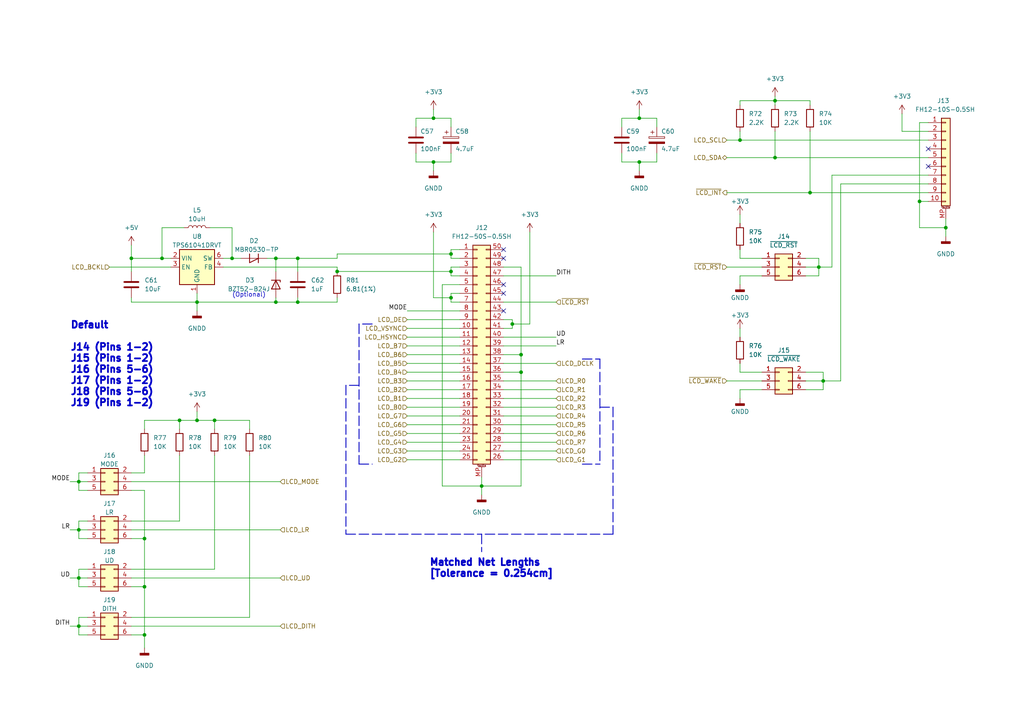
<source format=kicad_sch>
(kicad_sch (version 20211123) (generator eeschema)
  (paper "A4")
  (title_block (title "LCD") (date "2022-09-27") (rev "Rev. 1") (company "HardGFX") (comment 1 "Esp. Eng. Sciarrone, Hanes Nahuel") (comment 2 "Master in embedded systems") (comment 3 "UBA - Facultad de Ingeniería"))
  (lib_symbols
    (symbol "Connector_Generic:Conn_02x03_Odd_Even" (pin_names (offset 1.016) hide)
      (property "Reference" "J" (at 1.27 5.08 0))
      (property "Value" "Conn_02x03_Odd_Even" (at 1.27 -5.08 0))
      (symbol "Conn_02x03_Odd_Even_1_1"
        (rectangle (start -1.27 -2.413) (end 0 -2.667) (stroke (width 0.1524)))
        (rectangle (start -1.27 0.127) (end 0 -0.127) (stroke (width 0.1524)))
        (rectangle (start -1.27 2.667) (end 0 2.413) (stroke (width 0.1524)))
        (rectangle (start -1.27 3.81) (end 3.81 -3.81) (stroke (width 0.254)) (fill (type background)))
        (rectangle (start 3.81 -2.413) (end 2.54 -2.667) (stroke (width 0.1524)))
        (rectangle (start 3.81 0.127) (end 2.54 -0.127) (stroke (width 0.1524)))
        (rectangle (start 3.81 2.667) (end 2.54 2.413) (stroke (width 0.1524)))
        (pin passive line (at -5.08 2.54 0) (length 3.81) (name "Pin_1") (number "1"))
        (pin passive line (at 7.62 2.54 180) (length 3.81) (name "Pin_2") (number "2"))
        (pin passive line (at -5.08 0 0) (length 3.81) (name "Pin_3") (number "3"))
        (pin passive line (at 7.62 0 180) (length 3.81) (name "Pin_4") (number "4"))
        (pin passive line (at -5.08 -2.54 0) (length 3.81) (name "Pin_5") (number "5"))
        (pin passive line (at 7.62 -2.54 180) (length 3.81) (name "Pin_6") (number "6"))
      )
    )
    (symbol "Connector_Generic_MountingPin:Conn_01x10_MountingPin" (pin_names (offset 1.016) hide)
      (property "Reference" "J" (at 0 12.7 0))
      (property "Value" "Conn_01x10_MountingPin" (at 1.27 -15.24 0))
      (symbol "Conn_01x10_MountingPin_1_1"
        (rectangle (start -1.27 -12.573) (end 0 -12.827) (stroke (width 0.1524)))
        (rectangle (start -1.27 -10.033) (end 0 -10.287) (stroke (width 0.1524)))
        (rectangle (start -1.27 -7.493) (end 0 -7.747) (stroke (width 0.1524)))
        (rectangle (start -1.27 -4.953) (end 0 -5.207) (stroke (width 0.1524)))
        (rectangle (start -1.27 -2.413) (end 0 -2.667) (stroke (width 0.1524)))
        (rectangle (start -1.27 0.127) (end 0 -0.127) (stroke (width 0.1524)))
        (rectangle (start -1.27 2.667) (end 0 2.413) (stroke (width 0.1524)))
        (rectangle (start -1.27 5.207) (end 0 4.953) (stroke (width 0.1524)))
        (rectangle (start -1.27 7.747) (end 0 7.493) (stroke (width 0.1524)))
        (rectangle (start -1.27 10.287) (end 0 10.033) (stroke (width 0.1524)))
        (rectangle (start -1.27 11.43) (end 1.27 -13.97) (stroke (width 0.254)) (fill (type background)))
        (polyline (pts (xy -1.016 -14.732) (xy 1.016 -14.732)) (stroke (width 0.1524)))
        (text "Mounting" (at 0 -14.351 0) (effects (font (size 0.381 0.381))))
        (pin passive line (at -5.08 10.16 0) (length 3.81) (name "Pin_1") (number "1"))
        (pin passive line (at -5.08 -12.7 0) (length 3.81) (name "Pin_10") (number "10"))
        (pin passive line (at -5.08 7.62 0) (length 3.81) (name "Pin_2") (number "2"))
        (pin passive line (at -5.08 5.08 0) (length 3.81) (name "Pin_3") (number "3"))
        (pin passive line (at -5.08 2.54 0) (length 3.81) (name "Pin_4") (number "4"))
        (pin passive line (at -5.08 0 0) (length 3.81) (name "Pin_5") (number "5"))
        (pin passive line (at -5.08 -2.54 0) (length 3.81) (name "Pin_6") (number "6"))
        (pin passive line (at -5.08 -5.08 0) (length 3.81) (name "Pin_7") (number "7"))
        (pin passive line (at -5.08 -7.62 0) (length 3.81) (name "Pin_8") (number "8"))
        (pin passive line (at -5.08 -10.16 0) (length 3.81) (name "Pin_9") (number "9"))
        (pin passive line (at 0 -17.78 90) (length 3.048) (name "MountPin") (number "MP"))
      )
    )
    (symbol "Connector_Generic_MountingPin:Conn_02x25_Counter_Clockwise_MountingPin" (pin_names (offset 1.016) hide)
      (property "Reference" "J" (at 1.27 33.02 0))
      (property "Value" "Conn_02x25_Counter_Clockwise_MountingPin" (at 2.54 -33.02 0))
      (symbol "Conn_02x25_Counter_Clockwise_MountingPin_1_1"
        (rectangle (start -1.27 -30.353) (end 0 -30.607) (stroke (width 0.1524)))
        (rectangle (start -1.27 -27.813) (end 0 -28.067) (stroke (width 0.1524)))
        (rectangle (start -1.27 -25.273) (end 0 -25.527) (stroke (width 0.1524)))
        (rectangle (start -1.27 -22.733) (end 0 -22.987) (stroke (width 0.1524)))
        (rectangle (start -1.27 -20.193) (end 0 -20.447) (stroke (width 0.1524)))
        (rectangle (start -1.27 -17.653) (end 0 -17.907) (stroke (width 0.1524)))
        (rectangle (start -1.27 -15.113) (end 0 -15.367) (stroke (width 0.1524)))
        (rectangle (start -1.27 -12.573) (end 0 -12.827) (stroke (width 0.1524)))
        (rectangle (start -1.27 -10.033) (end 0 -10.287) (stroke (width 0.1524)))
        (rectangle (start -1.27 -7.493) (end 0 -7.747) (stroke (width 0.1524)))
        (rectangle (start -1.27 -4.953) (end 0 -5.207) (stroke (width 0.1524)))
        (rectangle (start -1.27 -2.413) (end 0 -2.667) (stroke (width 0.1524)))
        (rectangle (start -1.27 0.127) (end 0 -0.127) (stroke (width 0.1524)))
        (rectangle (start -1.27 2.667) (end 0 2.413) (stroke (width 0.1524)))
        (rectangle (start -1.27 5.207) (end 0 4.953) (stroke (width 0.1524)))
        (rectangle (start -1.27 7.747) (end 0 7.493) (stroke (width 0.1524)))
        (rectangle (start -1.27 10.287) (end 0 10.033) (stroke (width 0.1524)))
        (rectangle (start -1.27 12.827) (end 0 12.573) (stroke (width 0.1524)))
        (rectangle (start -1.27 15.367) (end 0 15.113) (stroke (width 0.1524)))
        (rectangle (start -1.27 17.907) (end 0 17.653) (stroke (width 0.1524)))
        (rectangle (start -1.27 20.447) (end 0 20.193) (stroke (width 0.1524)))
        (rectangle (start -1.27 22.987) (end 0 22.733) (stroke (width 0.1524)))
        (rectangle (start -1.27 25.527) (end 0 25.273) (stroke (width 0.1524)))
        (rectangle (start -1.27 28.067) (end 0 27.813) (stroke (width 0.1524)))
        (rectangle (start -1.27 30.607) (end 0 30.353) (stroke (width 0.1524)))
        (rectangle (start -1.27 31.75) (end 3.81 -31.75) (stroke (width 0.254)) (fill (type background)))
        (polyline (pts (xy 0.254 -32.512) (xy 2.286 -32.512)) (stroke (width 0.1524)))
        (rectangle (start 3.81 -30.353) (end 2.54 -30.607) (stroke (width 0.1524)))
        (rectangle (start 3.81 -27.813) (end 2.54 -28.067) (stroke (width 0.1524)))
        (rectangle (start 3.81 -25.273) (end 2.54 -25.527) (stroke (width 0.1524)))
        (rectangle (start 3.81 -22.733) (end 2.54 -22.987) (stroke (width 0.1524)))
        (rectangle (start 3.81 -20.193) (end 2.54 -20.447) (stroke (width 0.1524)))
        (rectangle (start 3.81 -17.653) (end 2.54 -17.907) (stroke (width 0.1524)))
        (rectangle (start 3.81 -15.113) (end 2.54 -15.367) (stroke (width 0.1524)))
        (rectangle (start 3.81 -12.573) (end 2.54 -12.827) (stroke (width 0.1524)))
        (rectangle (start 3.81 -10.033) (end 2.54 -10.287) (stroke (width 0.1524)))
        (rectangle (start 3.81 -7.493) (end 2.54 -7.747) (stroke (width 0.1524)))
        (rectangle (start 3.81 -4.953) (end 2.54 -5.207) (stroke (width 0.1524)))
        (rectangle (start 3.81 -2.413) (end 2.54 -2.667) (stroke (width 0.1524)))
        (rectangle (start 3.81 0.127) (end 2.54 -0.127) (stroke (width 0.1524)))
        (rectangle (start 3.81 2.667) (end 2.54 2.413) (stroke (width 0.1524)))
        (rectangle (start 3.81 5.207) (end 2.54 4.953) (stroke (width 0.1524)))
        (rectangle (start 3.81 7.747) (end 2.54 7.493) (stroke (width 0.1524)))
        (rectangle (start 3.81 10.287) (end 2.54 10.033) (stroke (width 0.1524)))
        (rectangle (start 3.81 12.827) (end 2.54 12.573) (stroke (width 0.1524)))
        (rectangle (start 3.81 15.367) (end 2.54 15.113) (stroke (width 0.1524)))
        (rectangle (start 3.81 17.907) (end 2.54 17.653) (stroke (width 0.1524)))
        (rectangle (start 3.81 20.447) (end 2.54 20.193) (stroke (width 0.1524)))
        (rectangle (start 3.81 22.987) (end 2.54 22.733) (stroke (width 0.1524)))
        (rectangle (start 3.81 25.527) (end 2.54 25.273) (stroke (width 0.1524)))
        (rectangle (start 3.81 28.067) (end 2.54 27.813) (stroke (width 0.1524)))
        (rectangle (start 3.81 30.607) (end 2.54 30.353) (stroke (width 0.1524)))
        (text "Mounting" (at 1.27 -32.131 0) (effects (font (size 0.381 0.381))))
        (pin passive line (at -5.08 30.48 0) (length 3.81) (name "Pin_1") (number "1"))
        (pin passive line (at -5.08 7.62 0) (length 3.81) (name "Pin_10") (number "10"))
        (pin passive line (at -5.08 5.08 0) (length 3.81) (name "Pin_11") (number "11"))
        (pin passive line (at -5.08 2.54 0) (length 3.81) (name "Pin_12") (number "12"))
        (pin passive line (at -5.08 0 0) (length 3.81) (name "Pin_13") (number "13"))
        (pin passive line (at -5.08 -2.54 0) (length 3.81) (name "Pin_14") (number "14"))
        (pin passive line (at -5.08 -5.08 0) (length 3.81) (name "Pin_15") (number "15"))
        (pin passive line (at -5.08 -7.62 0) (length 3.81) (name "Pin_16") (number "16"))
        (pin passive line (at -5.08 -10.16 0) (length 3.81) (name "Pin_17") (number "17"))
        (pin passive line (at -5.08 -12.7 0) (length 3.81) (name "Pin_18") (number "18"))
        (pin passive line (at -5.08 -15.24 0) (length 3.81) (name "Pin_19") (number "19"))
        (pin passive line (at -5.08 27.94 0) (length 3.81) (name "Pin_2") (number "2"))
        (pin passive line (at -5.08 -17.78 0) (length 3.81) (name "Pin_20") (number "20"))
        (pin passive line (at -5.08 -20.32 0) (length 3.81) (name "Pin_21") (number "21"))
        (pin passive line (at -5.08 -22.86 0) (length 3.81) (name "Pin_22") (number "22"))
        (pin passive line (at -5.08 -25.4 0) (length 3.81) (name "Pin_23") (number "23"))
        (pin passive line (at -5.08 -27.94 0) (length 3.81) (name "Pin_24") (number "24"))
        (pin passive line (at -5.08 -30.48 0) (length 3.81) (name "Pin_25") (number "25"))
        (pin passive line (at 7.62 -30.48 180) (length 3.81) (name "Pin_26") (number "26"))
        (pin passive line (at 7.62 -27.94 180) (length 3.81) (name "Pin_27") (number "27"))
        (pin passive line (at 7.62 -25.4 180) (length 3.81) (name "Pin_28") (number "28"))
        (pin passive line (at 7.62 -22.86 180) (length 3.81) (name "Pin_29") (number "29"))
        (pin passive line (at -5.08 25.4 0) (length 3.81) (name "Pin_3") (number "3"))
        (pin passive line (at 7.62 -20.32 180) (length 3.81) (name "Pin_30") (number "30"))
        (pin passive line (at 7.62 -17.78 180) (length 3.81) (name "Pin_31") (number "31"))
        (pin passive line (at 7.62 -15.24 180) (length 3.81) (name "Pin_32") (number "32"))
        (pin passive line (at 7.62 -12.7 180) (length 3.81) (name "Pin_33") (number "33"))
        (pin passive line (at 7.62 -10.16 180) (length 3.81) (name "Pin_34") (number "34"))
        (pin passive line (at 7.62 -7.62 180) (length 3.81) (name "Pin_35") (number "35"))
        (pin passive line (at 7.62 -5.08 180) (length 3.81) (name "Pin_36") (number "36"))
        (pin passive line (at 7.62 -2.54 180) (length 3.81) (name "Pin_37") (number "37"))
        (pin passive line (at 7.62 0 180) (length 3.81) (name "Pin_38") (number "38"))
        (pin passive line (at 7.62 2.54 180) (length 3.81) (name "Pin_39") (number "39"))
        (pin passive line (at -5.08 22.86 0) (length 3.81) (name "Pin_4") (number "4"))
        (pin passive line (at 7.62 5.08 180) (length 3.81) (name "Pin_40") (number "40"))
        (pin passive line (at 7.62 7.62 180) (length 3.81) (name "Pin_41") (number "41"))
        (pin passive line (at 7.62 10.16 180) (length 3.81) (name "Pin_42") (number "42"))
        (pin passive line (at 7.62 12.7 180) (length 3.81) (name "Pin_43") (number "43"))
        (pin passive line (at 7.62 15.24 180) (length 3.81) (name "Pin_44") (number "44"))
        (pin passive line (at 7.62 17.78 180) (length 3.81) (name "Pin_45") (number "45"))
        (pin passive line (at 7.62 20.32 180) (length 3.81) (name "Pin_46") (number "46"))
        (pin passive line (at 7.62 22.86 180) (length 3.81) (name "Pin_47") (number "47"))
        (pin passive line (at 7.62 25.4 180) (length 3.81) (name "Pin_48") (number "48"))
        (pin passive line (at 7.62 27.94 180) (length 3.81) (name "Pin_49") (number "49"))
        (pin passive line (at -5.08 20.32 0) (length 3.81) (name "Pin_5") (number "5"))
        (pin passive line (at 7.62 30.48 180) (length 3.81) (name "Pin_50") (number "50"))
        (pin passive line (at -5.08 17.78 0) (length 3.81) (name "Pin_6") (number "6"))
        (pin passive line (at -5.08 15.24 0) (length 3.81) (name "Pin_7") (number "7"))
        (pin passive line (at -5.08 12.7 0) (length 3.81) (name "Pin_8") (number "8"))
        (pin passive line (at -5.08 10.16 0) (length 3.81) (name "Pin_9") (number "9"))
        (pin passive line (at 1.27 -35.56 90) (length 3.048) (name "MountPin") (number "MP"))
      )
    )
    (symbol "Device:C" (pin_numbers hide) (pin_names (offset 0.254))
      (property "Reference" "C" (at 0.635 2.54 0))
      (property "Value" "C" (at 0.635 -2.54 0))
      (symbol "C_0_1"
        (polyline (pts (xy -2.032 -0.762) (xy 2.032 -0.762)) (stroke (width 0.508)))
        (polyline (pts (xy -2.032 0.762) (xy 2.032 0.762)) (stroke (width 0.508)))
      )
      (symbol "C_1_1"
        (pin passive line (at 0 3.81 270) (length 2.794) (name "~") (number "1"))
        (pin passive line (at 0 -3.81 90) (length 2.794) (name "~") (number "2"))
      )
    )
    (symbol "Device:C_Polarized" (pin_numbers hide) (pin_names (offset 0.254))
      (property "Reference" "C" (at 0.635 2.54 0))
      (property "Value" "C_Polarized" (at 0.635 -2.54 0))
      (symbol "C_Polarized_0_1"
        (rectangle (start -2.286 0.508) (end 2.286 1.016))
        (polyline (pts (xy -1.778 2.286) (xy -0.762 2.286)))
        (polyline (pts (xy -1.27 2.794) (xy -1.27 1.778)))
        (rectangle (start 2.286 -0.508) (end -2.286 -1.016) (fill (type outline)))
      )
      (symbol "C_Polarized_1_1"
        (pin passive line (at 0 3.81 270) (length 2.794) (name "~") (number "1"))
        (pin passive line (at 0 -3.81 90) (length 2.794) (name "~") (number "2"))
      )
    )
    (symbol "Device:D_Shockley" (pin_numbers hide) (pin_names (offset 1.016) hide)
      (property "Reference" "D" (at 0 2.54 0))
      (property "Value" "D_Shockley" (at 0 -2.54 0))
      (symbol "D_Shockley_0_1"
        (polyline (pts (xy -1.27 0) (xy 1.27 0)))
        (polyline (pts (xy -1.27 1.27) (xy -1.27 -1.27)) (stroke (width 0.254)))
        (polyline (pts (xy -1.27 0) (xy 1.27 1.27) (xy 1.27 -1.27)) (stroke (width 0.254)))
      )
      (symbol "D_Shockley_1_1"
        (pin passive line (at -3.81 0 0) (length 2.54) (name "K") (number "1"))
        (pin passive line (at 3.81 0 180) (length 2.54) (name "A") (number "2"))
      )
    )
    (symbol "Device:D_Zener" (pin_numbers hide) (pin_names (offset 1.016) hide)
      (property "Reference" "D" (at 0 2.54 0))
      (property "Value" "D_Zener" (at 0 -2.54 0))
      (symbol "D_Zener_0_1"
        (polyline (pts (xy 1.27 0) (xy -1.27 0)))
        (polyline (pts (xy -1.27 -1.27) (xy -1.27 1.27) (xy -0.762 1.27)) (stroke (width 0.254)))
        (polyline (pts (xy 1.27 -1.27) (xy 1.27 1.27) (xy -1.27 0) (xy 1.27 -1.27)) (stroke (width 0.254)))
      )
      (symbol "D_Zener_1_1"
        (pin passive line (at -3.81 0 0) (length 2.54) (name "K") (number "1"))
        (pin passive line (at 3.81 0 180) (length 2.54) (name "A") (number "2"))
      )
    )
    (symbol "Device:L" (pin_numbers hide) (pin_names (offset 1.016) hide)
      (property "Reference" "L" (at -1.27 0 90))
      (property "Value" "L" (at 1.905 0 90))
      (symbol "L_0_1"
        (arc (start 0 -2.54) (mid 0.635 -1.905) (end 0 -1.27))
        (arc (start 0 -1.27) (mid 0.635 -0.635) (end 0 0))
        (arc (start 0 0) (mid 0.635 0.635) (end 0 1.27))
        (arc (start 0 1.27) (mid 0.635 1.905) (end 0 2.54))
      )
      (symbol "L_1_1"
        (pin passive line (at 0 3.81 270) (length 1.27) (name "1") (number "1"))
        (pin passive line (at 0 -3.81 90) (length 1.27) (name "2") (number "2"))
      )
    )
    (symbol "Device:R" (pin_numbers hide) (pin_names (offset 0))
      (property "Reference" "R" (at 2.032 0 90))
      (property "Value" "R" (at 0 0 90))
      (symbol "R_0_1"
        (rectangle (start -1.016 -2.54) (end 1.016 2.54) (stroke (width 0.254)))
      )
      (symbol "R_1_1"
        (pin passive line (at 0 3.81 270) (length 1.27) (name "~") (number "1"))
        (pin passive line (at 0 -3.81 90) (length 1.27) (name "~") (number "2"))
      )
    )
    (symbol "Regulator_Switching:TPS61041DRV"
      (property "Reference" "U" (at -5.08 6.35 0))
      (property "Value" "TPS61041DRV" (at 0 6.35 0))
      (symbol "TPS61041DRV_0_1"
        (rectangle (start -5.08 5.08) (end 5.08 -5.08) (stroke (width 0.254)) (fill (type background)))
      )
      (symbol "TPS61041DRV_1_1"
        (pin power_in line (at 0 -7.62 90) (length 2.54) (name "GND") (number "1"))
        (pin power_in line (at -7.62 2.54 0) (length 2.54) (name "VIN") (number "2"))
        (pin input line (at -7.62 0 0) (length 2.54) (name "EN") (number "3"))
        (pin input line (at 7.62 0 180) (length 2.54) (name "FB") (number "4"))
        (pin no_connect line (at 5.08 -2.54 180) (length 2.54) hide (name "NC") (number "5"))
        (pin power_out line (at 7.62 2.54 180) (length 2.54) (name "SW") (number "6"))
      )
    )
    (symbol "power:+3V3" (power) (pin_names (offset 0))
      (property "Value" "+3V3" (at 0 3.556 0))
      (symbol "+3V3_0_1"
        (polyline (pts (xy -0.762 1.27) (xy 0 2.54)))
        (polyline (pts (xy 0 0) (xy 0 2.54)))
        (polyline (pts (xy 0 2.54) (xy 0.762 1.27)))
      )
      (symbol "+3V3_1_1"
        (pin power_in line (at 0 0 90) (length 0) hide (name "+3V3") (number "1"))
      )
    )
    (symbol "power:+5V" (power) (pin_names (offset 0))
      (property "Value" "+5V" (at 0 3.556 0))
      (symbol "+5V_0_1"
        (polyline (pts (xy -0.762 1.27) (xy 0 2.54)))
        (polyline (pts (xy 0 0) (xy 0 2.54)))
        (polyline (pts (xy 0 2.54) (xy 0.762 1.27)))
      )
      (symbol "+5V_1_1"
        (pin power_in line (at 0 0 90) (length 0) hide (name "+5V") (number "1"))
      )
    )
    (symbol "power:GNDD" (power) (pin_names (offset 0))
      (property "Value" "GNDD" (at 0 -3.175 0))
      (symbol "GNDD_0_1"
        (rectangle (start -1.27 -1.524) (end 1.27 -2.032) (stroke (width 0.254)) (fill (type outline)))
        (polyline (pts (xy 0 0) (xy 0 -1.524)))
      )
      (symbol "GNDD_1_1"
        (pin power_in line (at 0 0 270) (length 0) hide (name "GNDD") (number "1"))
      )
    )
  )
  (junction (at 41.91 184.15))
  (junction (at 151.13 107.95))
  (junction (at 274.32 66.04))
  (junction (at 41.91 170.18))
  (junction (at 151.13 102.87))
  (junction (at 22.86 181.61))
  (junction (at 238.76 110.49))
  (junction (at 130.81 73.66))
  (junction (at 57.15 121.92))
  (junction (at 224.79 29.21))
  (junction (at 22.86 139.7))
  (junction (at 97.79 78.74))
  (junction (at 266.7 58.42))
  (junction (at 22.86 153.67))
  (junction (at 80.01 74.93))
  (junction (at 22.86 167.64))
  (junction (at 86.36 87.63))
  (junction (at 214.63 40.64))
  (junction (at 130.81 86.36))
  (junction (at 125.73 34.29))
  (junction (at 224.79 45.72))
  (junction (at 62.23 121.92))
  (junction (at 148.59 93.98))
  (junction (at 38.1 74.93))
  (junction (at 67.31 74.93))
  (junction (at 237.49 77.47))
  (junction (at 130.81 78.74))
  (junction (at 86.36 74.93))
  (junction (at 52.07 121.92))
  (junction (at 57.15 87.63))
  (junction (at 46.99 74.93))
  (junction (at 41.91 156.21))
  (junction (at 139.7 140.97))
  (junction (at 125.73 46.99))
  (junction (at 185.42 34.29))
  (junction (at 80.01 87.63))
  (junction (at 234.95 55.88))
  (junction (at 185.42 46.99))
  (no_connect (at 146.05 90.17))
  (no_connect (at 146.05 85.09))
  (no_connect (at 146.05 82.55))
  (no_connect (at 146.05 72.39))
  (no_connect (at 146.05 74.93))
  (no_connect (at 269.24 43.18))
  (no_connect (at 269.24 48.26))
  (wire (pts (xy 146.05 110.49) (xy 161.29 110.49)))
  (wire (pts (xy 269.24 38.1) (xy 261.62 38.1)))
  (wire (pts (xy 22.86 184.15) (xy 22.86 181.61)))
  (wire (pts (xy 125.73 86.36) (xy 130.81 86.36)))
  (wire (pts (xy 22.86 181.61) (xy 25.4 181.61)))
  (wire (pts (xy 22.86 142.24) (xy 22.86 139.7)))
  (wire (pts (xy 67.31 66.04) (xy 67.31 74.93)))
  (wire (pts (xy 233.68 107.95) (xy 238.76 107.95)))
  (wire (pts (xy 72.39 179.07) (xy 72.39 132.08)))
  (wire (pts (xy 241.3 50.8) (xy 241.3 77.47)))
  (wire (pts (xy 72.39 121.92) (xy 62.23 121.92)))
  (wire (pts (xy 20.32 167.64) (xy 22.86 167.64)))
  (wire (pts (xy 130.81 46.99) (xy 125.73 46.99)))
  (wire (pts (xy 180.34 44.45) (xy 180.34 46.99)))
  (wire (pts (xy 210.82 55.88) (xy 234.95 55.88)))
  (wire (pts (xy 57.15 119.38) (xy 57.15 121.92)))
  (wire (pts (xy 86.36 78.74) (xy 86.36 74.93)))
  (wire (pts (xy 22.86 153.67) (xy 25.4 153.67)))
  (wire (pts (xy 118.11 120.65) (xy 133.35 120.65)))
  (wire (pts (xy 269.24 35.56) (xy 266.7 35.56)))
  (wire (pts (xy 130.81 78.74) (xy 130.81 80.01)))
  (wire (pts (xy 38.1 165.1) (xy 62.23 165.1)))
  (wire (pts (xy 97.79 77.47) (xy 97.79 78.74)))
  (wire (pts (xy 67.31 74.93) (xy 69.85 74.93)))
  (wire (pts (xy 148.59 93.98) (xy 148.59 95.25)))
  (wire (pts (xy 31.75 77.47) (xy 49.53 77.47)))
  (wire (pts (xy 38.1 153.67) (xy 81.28 153.67)))
  (wire (pts (xy 67.31 74.93) (xy 64.77 74.93)))
  (wire (pts (xy 41.91 137.16) (xy 41.91 132.08)))
  (wire (pts (xy 234.95 30.48) (xy 234.95 29.21)))
  (wire (pts (xy 118.11 105.41) (xy 133.35 105.41)))
  (wire (pts (xy 118.11 107.95) (xy 133.35 107.95)))
  (wire (pts (xy 41.91 124.46) (xy 41.91 121.92)))
  (wire (pts (xy 190.5 46.99) (xy 185.42 46.99)))
  (wire (pts (xy 20.32 139.7) (xy 22.86 139.7)))
  (wire (pts (xy 146.05 118.11) (xy 161.29 118.11)))
  (wire (pts (xy 146.05 92.71) (xy 148.59 92.71)))
  (wire (pts (xy 120.65 34.29) (xy 125.73 34.29)))
  (wire (pts (xy 25.4 151.13) (xy 22.86 151.13)))
  (wire (pts (xy 22.86 137.16) (xy 22.86 139.7)))
  (wire (pts (xy 133.35 85.09) (xy 130.81 85.09)))
  (wire (pts (xy 120.65 36.83) (xy 120.65 34.29)))
  (polyline (pts (xy 104.14 134.62) (xy 107.95 134.62)) (stroke (width 0.254)))
  (wire (pts (xy 57.15 85.09) (xy 57.15 87.63)))
  (wire (pts (xy 220.98 74.93) (xy 214.63 74.93)))
  (wire (pts (xy 214.63 62.23) (xy 214.63 64.77)))
  (wire (pts (xy 38.1 87.63) (xy 57.15 87.63)))
  (wire (pts (xy 25.4 156.21) (xy 22.86 156.21)))
  (wire (pts (xy 214.63 115.57) (xy 214.63 113.03)))
  (wire (pts (xy 185.42 34.29) (xy 185.42 31.75)))
  (wire (pts (xy 214.63 30.48) (xy 214.63 29.21)))
  (wire (pts (xy 214.63 40.64) (xy 269.24 40.64)))
  (wire (pts (xy 46.99 74.93) (xy 49.53 74.93)))
  (wire (pts (xy 266.7 35.56) (xy 266.7 58.42)))
  (wire (pts (xy 190.5 36.83) (xy 190.5 34.29)))
  (wire (pts (xy 118.11 130.81) (xy 133.35 130.81)))
  (wire (pts (xy 210.82 77.47) (xy 220.98 77.47)))
  (wire (pts (xy 146.05 87.63) (xy 161.29 87.63)))
  (wire (pts (xy 38.1 137.16) (xy 41.91 137.16)))
  (wire (pts (xy 22.86 167.64) (xy 25.4 167.64)))
  (wire (pts (xy 146.05 102.87) (xy 151.13 102.87)))
  (wire (pts (xy 130.81 80.01) (xy 133.35 80.01)))
  (polyline (pts (xy 177.8 154.94) (xy 139.7 154.94)) (stroke (width 0.254)))
  (wire (pts (xy 38.1 71.12) (xy 38.1 74.93)))
  (wire (pts (xy 214.63 105.41) (xy 214.63 107.95)))
  (wire (pts (xy 180.34 36.83) (xy 180.34 34.29)))
  (wire (pts (xy 80.01 87.63) (xy 57.15 87.63)))
  (wire (pts (xy 25.4 184.15) (xy 22.86 184.15)))
  (wire (pts (xy 266.7 58.42) (xy 266.7 66.04)))
  (wire (pts (xy 214.63 38.1) (xy 214.63 40.64)))
  (wire (pts (xy 80.01 74.93) (xy 80.01 78.74)))
  (wire (pts (xy 139.7 138.43) (xy 139.7 140.97)))
  (wire (pts (xy 190.5 44.45) (xy 190.5 46.99)))
  (wire (pts (xy 60.96 66.04) (xy 67.31 66.04)))
  (wire (pts (xy 233.68 80.01) (xy 237.49 80.01)))
  (wire (pts (xy 97.79 86.36) (xy 97.79 87.63)))
  (wire (pts (xy 214.63 107.95) (xy 220.98 107.95)))
  (wire (pts (xy 38.1 181.61) (xy 81.28 181.61)))
  (wire (pts (xy 237.49 77.47) (xy 233.68 77.47)))
  (wire (pts (xy 120.65 44.45) (xy 120.65 46.99)))
  (wire (pts (xy 237.49 80.01) (xy 237.49 77.47)))
  (polyline (pts (xy 100.33 111.76) (xy 100.33 154.94)) (stroke (width 0.254)))
  (wire (pts (xy 130.81 77.47) (xy 130.81 78.74)))
  (wire (pts (xy 128.27 140.97) (xy 139.7 140.97)))
  (wire (pts (xy 125.73 46.99) (xy 125.73 49.53)))
  (wire (pts (xy 190.5 34.29) (xy 185.42 34.29)))
  (wire (pts (xy 38.1 179.07) (xy 72.39 179.07)))
  (wire (pts (xy 214.63 29.21) (xy 224.79 29.21)))
  (wire (pts (xy 220.98 80.01) (xy 214.63 80.01)))
  (wire (pts (xy 130.81 73.66) (xy 130.81 74.93)))
  (wire (pts (xy 130.81 87.63) (xy 133.35 87.63)))
  (wire (pts (xy 38.1 167.64) (xy 81.28 167.64)))
  (wire (pts (xy 146.05 107.95) (xy 151.13 107.95)))
  (wire (pts (xy 118.11 133.35) (xy 133.35 133.35)))
  (wire (pts (xy 118.11 113.03) (xy 133.35 113.03)))
  (wire (pts (xy 224.79 29.21) (xy 224.79 30.48)))
  (wire (pts (xy 269.24 50.8) (xy 241.3 50.8)))
  (wire (pts (xy 52.07 151.13) (xy 52.07 132.08)))
  (wire (pts (xy 133.35 74.93) (xy 130.81 74.93)))
  (wire (pts (xy 52.07 121.92) (xy 52.07 124.46)))
  (wire (pts (xy 210.82 45.72) (xy 224.79 45.72)))
  (wire (pts (xy 180.34 46.99) (xy 185.42 46.99)))
  (wire (pts (xy 148.59 92.71) (xy 148.59 93.98)))
  (wire (pts (xy 151.13 107.95) (xy 151.13 140.97)))
  (wire (pts (xy 185.42 46.99) (xy 185.42 49.53)))
  (wire (pts (xy 146.05 97.79) (xy 161.29 97.79)))
  (wire (pts (xy 62.23 121.92) (xy 57.15 121.92)))
  (wire (pts (xy 214.63 80.01) (xy 214.63 82.55)))
  (wire (pts (xy 41.91 170.18) (xy 41.91 184.15)))
  (wire (pts (xy 153.67 93.98) (xy 148.59 93.98)))
  (wire (pts (xy 146.05 77.47) (xy 151.13 77.47)))
  (wire (pts (xy 146.05 100.33) (xy 161.29 100.33)))
  (wire (pts (xy 151.13 140.97) (xy 139.7 140.97)))
  (wire (pts (xy 210.82 110.49) (xy 220.98 110.49)))
  (polyline (pts (xy 168.91 134.62) (xy 173.99 134.62)) (stroke (width 0.254)))
  (wire (pts (xy 118.11 115.57) (xy 133.35 115.57)))
  (wire (pts (xy 224.79 29.21) (xy 224.79 27.94)))
  (wire (pts (xy 148.59 95.25) (xy 146.05 95.25)))
  (wire (pts (xy 97.79 73.66) (xy 130.81 73.66)))
  (wire (pts (xy 130.81 34.29) (xy 125.73 34.29)))
  (wire (pts (xy 146.05 120.65) (xy 161.29 120.65)))
  (wire (pts (xy 118.11 125.73) (xy 133.35 125.73)))
  (wire (pts (xy 233.68 113.03) (xy 238.76 113.03)))
  (wire (pts (xy 146.05 128.27) (xy 161.29 128.27)))
  (wire (pts (xy 57.15 87.63) (xy 57.15 90.17)))
  (wire (pts (xy 38.1 184.15) (xy 41.91 184.15)))
  (wire (pts (xy 151.13 102.87) (xy 151.13 107.95)))
  (wire (pts (xy 214.63 113.03) (xy 220.98 113.03)))
  (wire (pts (xy 130.81 44.45) (xy 130.81 46.99)))
  (wire (pts (xy 86.36 74.93) (xy 97.79 74.93)))
  (wire (pts (xy 41.91 156.21) (xy 41.91 170.18)))
  (wire (pts (xy 38.1 139.7) (xy 81.28 139.7)))
  (wire (pts (xy 25.4 142.24) (xy 22.86 142.24)))
  (wire (pts (xy 52.07 121.92) (xy 57.15 121.92)))
  (wire (pts (xy 38.1 170.18) (xy 41.91 170.18)))
  (wire (pts (xy 38.1 74.93) (xy 46.99 74.93)))
  (wire (pts (xy 25.4 179.07) (xy 22.86 179.07)))
  (wire (pts (xy 233.68 110.49) (xy 238.76 110.49)))
  (polyline (pts (xy 173.99 118.11) (xy 177.8 118.11)) (stroke (width 0.254)))
  (polyline (pts (xy 139.7 154.94) (xy 139.7 160.02)) (stroke (width 0.254)))
  (wire (pts (xy 243.84 53.34) (xy 269.24 53.34)))
  (wire (pts (xy 130.81 72.39) (xy 133.35 72.39)))
  (wire (pts (xy 146.05 80.01) (xy 161.29 80.01)))
  (polyline (pts (xy 104.14 93.98) (xy 104.14 134.62)) (stroke (width 0.254)))
  (wire (pts (xy 237.49 74.93) (xy 237.49 77.47)))
  (wire (pts (xy 146.05 133.35) (xy 161.29 133.35)))
  (wire (pts (xy 146.05 130.81) (xy 161.29 130.81)))
  (wire (pts (xy 130.81 72.39) (xy 130.81 73.66)))
  (wire (pts (xy 146.05 125.73) (xy 161.29 125.73)))
  (polyline (pts (xy 168.91 104.14) (xy 173.99 104.14)) (stroke (width 0.254)))
  (wire (pts (xy 180.34 34.29) (xy 185.42 34.29)))
  (wire (pts (xy 86.36 74.93) (xy 80.01 74.93)))
  (wire (pts (xy 22.86 156.21) (xy 22.86 153.67)))
  (polyline (pts (xy 104.14 111.76) (xy 100.33 111.76)) (stroke (width 0.254)))
  (wire (pts (xy 146.05 115.57) (xy 161.29 115.57)))
  (wire (pts (xy 146.05 123.19) (xy 161.29 123.19)))
  (wire (pts (xy 38.1 142.24) (xy 41.91 142.24)))
  (wire (pts (xy 86.36 87.63) (xy 80.01 87.63)))
  (wire (pts (xy 118.11 95.25) (xy 133.35 95.25)))
  (wire (pts (xy 20.32 153.67) (xy 22.86 153.67)))
  (wire (pts (xy 22.86 179.07) (xy 22.86 181.61)))
  (wire (pts (xy 146.05 113.03) (xy 161.29 113.03)))
  (wire (pts (xy 130.81 85.09) (xy 130.81 86.36)))
  (wire (pts (xy 125.73 34.29) (xy 125.73 31.75)))
  (wire (pts (xy 266.7 66.04) (xy 274.32 66.04)))
  (wire (pts (xy 214.63 74.93) (xy 214.63 72.39)))
  (wire (pts (xy 77.47 74.93) (xy 80.01 74.93)))
  (wire (pts (xy 261.62 38.1) (xy 261.62 33.02)))
  (wire (pts (xy 41.91 142.24) (xy 41.91 156.21)))
  (wire (pts (xy 41.91 184.15) (xy 41.91 187.96)))
  (wire (pts (xy 118.11 97.79) (xy 133.35 97.79)))
  (wire (pts (xy 269.24 58.42) (xy 266.7 58.42)))
  (polyline (pts (xy 173.99 104.14) (xy 173.99 134.62)) (stroke (width 0.254)))
  (wire (pts (xy 120.65 46.99) (xy 125.73 46.99)))
  (wire (pts (xy 22.86 139.7) (xy 25.4 139.7)))
  (wire (pts (xy 118.11 123.19) (xy 133.35 123.19)))
  (wire (pts (xy 238.76 110.49) (xy 243.84 110.49)))
  (wire (pts (xy 238.76 107.95) (xy 238.76 110.49)))
  (wire (pts (xy 22.86 151.13) (xy 22.86 153.67)))
  (wire (pts (xy 64.77 77.47) (xy 97.79 77.47)))
  (wire (pts (xy 72.39 124.46) (xy 72.39 121.92)))
  (wire (pts (xy 234.95 29.21) (xy 224.79 29.21)))
  (wire (pts (xy 128.27 82.55) (xy 128.27 140.97)))
  (wire (pts (xy 233.68 74.93) (xy 237.49 74.93)))
  (wire (pts (xy 214.63 95.25) (xy 214.63 97.79)))
  (wire (pts (xy 97.79 74.93) (xy 97.79 73.66)))
  (wire (pts (xy 118.11 92.71) (xy 133.35 92.71)))
  (polyline (pts (xy 177.8 118.11) (xy 177.8 154.94)) (stroke (width 0.254)))
  (wire (pts (xy 118.11 110.49) (xy 133.35 110.49)))
  (wire (pts (xy 151.13 77.47) (xy 151.13 102.87)))
  (polyline (pts (xy 107.95 93.98) (xy 104.14 93.98)) (stroke (width 0.254)))
  (wire (pts (xy 224.79 38.1) (xy 224.79 45.72)))
  (wire (pts (xy 86.36 86.36) (xy 86.36 87.63)))
  (wire (pts (xy 238.76 113.03) (xy 238.76 110.49)))
  (wire (pts (xy 80.01 86.36) (xy 80.01 87.63)))
  (wire (pts (xy 146.05 105.41) (xy 161.29 105.41)))
  (wire (pts (xy 62.23 121.92) (xy 62.23 124.46)))
  (wire (pts (xy 241.3 77.47) (xy 237.49 77.47)))
  (wire (pts (xy 22.86 165.1) (xy 22.86 167.64)))
  (wire (pts (xy 274.32 63.5) (xy 274.32 66.04)))
  (wire (pts (xy 38.1 86.36) (xy 38.1 87.63)))
  (wire (pts (xy 38.1 74.93) (xy 38.1 78.74)))
  (wire (pts (xy 133.35 77.47) (xy 130.81 77.47)))
  (wire (pts (xy 38.1 156.21) (xy 41.91 156.21)))
  (wire (pts (xy 274.32 66.04) (xy 274.32 68.58)))
  (wire (pts (xy 118.11 102.87) (xy 133.35 102.87)))
  (wire (pts (xy 46.99 66.04) (xy 46.99 74.93)))
  (wire (pts (xy 38.1 151.13) (xy 52.07 151.13)))
  (wire (pts (xy 53.34 66.04) (xy 46.99 66.04)))
  (wire (pts (xy 41.91 121.92) (xy 52.07 121.92)))
  (wire (pts (xy 130.81 36.83) (xy 130.81 34.29)))
  (wire (pts (xy 20.32 181.61) (xy 22.86 181.61)))
  (wire (pts (xy 125.73 67.31) (xy 125.73 86.36)))
  (wire (pts (xy 139.7 140.97) (xy 139.7 143.51)))
  (wire (pts (xy 243.84 110.49) (xy 243.84 53.34)))
  (wire (pts (xy 118.11 118.11) (xy 133.35 118.11)))
  (wire (pts (xy 234.95 55.88) (xy 269.24 55.88)))
  (polyline (pts (xy 100.33 154.94) (xy 139.7 154.94)) (stroke (width 0.254)))
  (wire (pts (xy 130.81 86.36) (xy 130.81 87.63)))
  (wire (pts (xy 210.82 40.64) (xy 214.63 40.64)))
  (wire (pts (xy 97.79 78.74) (xy 130.81 78.74)))
  (wire (pts (xy 97.79 87.63) (xy 86.36 87.63)))
  (wire (pts (xy 25.4 170.18) (xy 22.86 170.18)))
  (wire (pts (xy 118.11 128.27) (xy 133.35 128.27)))
  (wire (pts (xy 224.79 45.72) (xy 269.24 45.72)))
  (wire (pts (xy 25.4 165.1) (xy 22.86 165.1)))
  (wire (pts (xy 118.11 90.17) (xy 133.35 90.17)))
  (wire (pts (xy 234.95 38.1) (xy 234.95 55.88)))
  (wire (pts (xy 133.35 82.55) (xy 128.27 82.55)))
  (wire (pts (xy 22.86 170.18) (xy 22.86 167.64)))
  (wire (pts (xy 153.67 67.31) (xy 153.67 93.98)))
  (wire (pts (xy 25.4 137.16) (xy 22.86 137.16)))
  (wire (pts (xy 118.11 100.33) (xy 133.35 100.33)))
  (wire (pts (xy 62.23 165.1) (xy 62.23 132.08)))
  (text "(Optional)" (at 67.31 86.36 0) (effects (font (size 1.27 1.27)) (justify left bottom)))
  (text "Matched Net Lengths \n[Tolerance = 0.254cm]" (at 124.46 167.64 0) (effects (font (size 2 2) (thickness 0.508) bold) (justify left bottom)))
  (text "Default\n\nJ14 (Pins 1-2)\nJ15 (Pins 1-2)\nJ16 (Pins 5-6)\nJ17 (Pins 1-2)\nJ18 (Pins 5-6)\nJ19 (Pins 1-2)" (at 20.32 118.11 0) (effects (font (size 2 2) (thickness 0.508) bold) (justify left bottom)))
  (label "MODE" (at 20.32 139.7 180))
  (label "MODE" (at 118.11 90.17 180))
  (label "LR" (at 161.29 100.33 0))
  (label "LR" (at 20.32 153.67 180))
  (label "DITH" (at 20.32 181.61 180))
  (label "DITH" (at 161.29 80.01 0))
  (label "UD" (at 20.32 167.64 180))
  (label "UD" (at 161.29 97.79 0))
  (hierarchical_label "LCD_DITH" (shape input) (at 81.28 181.61 0))
  (hierarchical_label "LCD_R1" (shape input) (at 161.29 113.03 0))
  (hierarchical_label "~{LCD_RST}" (shape input) (at 210.82 77.47 180))
  (hierarchical_label "LCD_G2" (shape input) (at 118.11 133.35 180))
  (hierarchical_label "LCD_R2" (shape input) (at 161.29 115.57 0))
  (hierarchical_label "LCD_VSYNC" (shape input) (at 118.11 95.25 180))
  (hierarchical_label "LCD_R4" (shape input) (at 161.29 120.65 0))
  (hierarchical_label "~{LCD_INT}" (shape output) (at 210.82 55.88 180))
  (hierarchical_label "~{LCD_RST}" (shape input) (at 161.29 87.63 0))
  (hierarchical_label "LCD_B4" (shape input) (at 118.11 107.95 180))
  (hierarchical_label "LCD_SCL" (shape input) (at 210.82 40.64 180))
  (hierarchical_label "LCD_HSYNC" (shape input) (at 118.11 97.79 180))
  (hierarchical_label "LCD_R7" (shape input) (at 161.29 128.27 0))
  (hierarchical_label "LCD_B7" (shape input) (at 118.11 100.33 180))
  (hierarchical_label "LCD_B0" (shape input) (at 118.11 118.11 180))
  (hierarchical_label "LCD_G7" (shape input) (at 118.11 120.65 180))
  (hierarchical_label "LCD_G1" (shape input) (at 161.29 133.35 0))
  (hierarchical_label "LCD_G6" (shape input) (at 118.11 123.19 180))
  (hierarchical_label "LCD_R6" (shape input) (at 161.29 125.73 0))
  (hierarchical_label "LCD_G3" (shape input) (at 118.11 130.81 180))
  (hierarchical_label "LCD_B6" (shape input) (at 118.11 102.87 180))
  (hierarchical_label "LCD_BCKL" (shape input) (at 31.75 77.47 180))
  (hierarchical_label "LCD_DE" (shape input) (at 118.11 92.71 180))
  (hierarchical_label "LCD_B2" (shape input) (at 118.11 113.03 180))
  (hierarchical_label "LCD_R5" (shape input) (at 161.29 123.19 0))
  (hierarchical_label "LCD_R3" (shape input) (at 161.29 118.11 0))
  (hierarchical_label "LCD_G4" (shape input) (at 118.11 128.27 180))
  (hierarchical_label "~{LCD_WAKE}" (shape input) (at 210.82 110.49 180))
  (hierarchical_label "LCD_UD" (shape input) (at 81.28 167.64 0))
  (hierarchical_label "LCD_R0" (shape input) (at 161.29 110.49 0))
  (hierarchical_label "LCD_B3" (shape input) (at 118.11 110.49 180))
  (hierarchical_label "LCD_B5" (shape input) (at 118.11 105.41 180))
  (hierarchical_label "LCD_G0" (shape input) (at 161.29 130.81 0))
  (hierarchical_label "LCD_DCLK" (shape input) (at 161.29 105.41 0))
  (hierarchical_label "LCD_MODE" (shape input) (at 81.28 139.7 0))
  (hierarchical_label "LCD_B1" (shape input) (at 118.11 115.57 180))
  (hierarchical_label "LCD_SDA" (shape bidirectional) (at 210.82 45.72 180))
  (hierarchical_label "LCD_LR" (shape input) (at 81.28 153.67 0))
  (hierarchical_label "LCD_G5" (shape input) (at 118.11 125.73 180))
  (symbol (lib_id "Device:L") (at 57.15 66.04 90) (unit 1)
    (property "Reference" "L5" (at 57.15 60.96 90))
    (property "Value" "10uH" (at 57.15 63.5 90))
    (property "Footprint" "Inductor_SMD:L_1206_3216Metric_Pad1.42x1.75mm_HandSolder" (effects hide))
    (property "Datasheet" "https://search.murata.co.jp/Ceramy/image/img/P02/JELF243A-0042.pdf" (effects hide))
    (property "MANUFACTURER" "Murata Electronics" (effects hide))
    (property "digikey#" "490-2519-1-ND" (effects hide))
    (property "manf#" "LQH43CN100K03L" (effects hide))
    (property "mouser#" "81-LQH43CN100K03L" (effects hide))
  )
  (symbol (lib_id "power:GNDD") (at 214.63 115.57 0) (unit 1)
    (property "Reference" "#PWR051" (effects hide))
    (property "Value" "GNDD" (at 214.63 119.38 0))
  )
  (symbol (lib_id "power:GNDD") (at 185.42 49.53 0) (unit 1)
    (property "Reference" "#PWR045" (effects hide))
    (property "Value" "GNDD" (at 185.42 54.61 0))
  )
  (symbol (lib_id "Device:D_Shockley") (at 73.66 74.93 180) (unit 1)
    (property "Reference" "D2" (at 73.66 69.85 0))
    (property "Value" "MBR0530-TP " (at 74.93 72.39 0))
    (property "Footprint" "Diode_SMD:D_SOD-123" (effects hide))
    (property "Datasheet" "https://www.mccsemi.com/pdf/Products/MBR0520-MBR0580(SOD123).pdf" (effects hide))
    (property "MANUFACTURER" "Micro Commercial Co" (effects hide))
    (property "digikey#" "MBR0530TPMSCT-ND" (effects hide))
    (property "manf#" "MBR0530-TP" (effects hide))
    (property "mouser#" "833-MBR0530-TP" (effects hide))
  )
  (symbol (lib_id "Device:R") (at 214.63 34.29 0) (unit 1)
    (property "Reference" "R72" (at 217.17 33.0199 0) (effects (justify left)))
    (property "Value" "2.2K" (at 217.17 35.5599 0) (effects (justify left)))
    (property "Footprint" "Resistor_SMD:R_0603_1608Metric_Pad0.98x0.95mm_HandSolder" (effects hide))
    (property "Datasheet" "https://www.yageo.com/upload/media/product/productsearch/datasheet/rchip/PYu-RC_Group_51_RoHS_L_12.pdf" (effects hide))
    (property "MANUFACTURER" "YAGEO" (effects hide))
    (property "digikey#" "311-2.20KHRCT-ND" (effects hide))
    (property "manf#" "RC0603FR-072K2L" (effects hide))
    (property "mouser#" "603-RC0603FR-072K2L" (effects hide))
  )
  (symbol (lib_id "Connector_Generic:Conn_02x03_Odd_Even") (at 30.48 181.61 0) (unit 1)
    (property "Reference" "J19" (at 31.75 173.99 0))
    (property "Value" "DITH" (at 31.75 176.53 0))
    (property "Footprint" "Connector_PinHeader_2.54mm:PinHeader_2x03_P2.54mm_Vertical" (effects hide))
    (property "Datasheet" "https://www.molex.com/pdm_docs/ps/PS-70280-001.pdf" (effects hide))
    (property "MANUFACTURER" "Molex" (effects hide))
    (property "digikey#" "0702800631-ND" (effects hide))
    (property "manf#" "70280-0631" (effects hide))
    (property "mouser#" "538-70280-0631" (effects hide))
  )
  (symbol (lib_id "power:GNDD") (at 57.15 90.17 0) (unit 1)
    (property "Reference" "#PWR0107" (effects hide))
    (property "Value" "GNDD" (at 57.15 95.25 0))
  )
  (symbol (lib_id "Device:R") (at 234.95 34.29 0) (unit 1)
    (property "Reference" "R74" (at 237.49 33.0199 0) (effects (justify left)))
    (property "Value" "10K" (at 237.49 35.5599 0) (effects (justify left)))
    (property "Footprint" "Resistor_SMD:R_0603_1608Metric_Pad0.98x0.95mm_HandSolder" (effects hide))
    (property "Datasheet" "https://www.yageo.com/upload/media/product/productsearch/datasheet/rchip/PYu-RC_Group_51_RoHS_L_12.pdf" (effects hide))
    (property "MANUFACTURER" "YAGEO" (effects hide))
    (property "digikey#" "311-10.0KHRCT-ND" (effects hide))
    (property "manf#" "RC0603FR-0710KL" (effects hide))
    (property "mouser#" "603-RC0603FR-0710KL" (effects hide))
  )
  (symbol (lib_id "power:GNDD") (at 139.7 143.51 0) (unit 1)
    (property "Reference" "#PWR0101" (effects hide))
    (property "Value" "GNDD" (at 139.7 148.59 0))
  )
  (symbol (lib_id "Device:R") (at 214.63 101.6 0) (unit 1)
    (property "Reference" "R76" (at 217.17 100.3299 0) (effects (justify left)))
    (property "Value" "10K" (at 217.17 102.8699 0) (effects (justify left)))
    (property "Footprint" "Resistor_SMD:R_0603_1608Metric_Pad0.98x0.95mm_HandSolder" (effects hide))
    (property "Datasheet" "https://www.yageo.com/upload/media/product/productsearch/datasheet/rchip/PYu-RC_Group_51_RoHS_L_12.pdf" (effects hide))
    (property "MANUFACTURER" "YAGEO" (effects hide))
    (property "digikey#" "311-10.0KHRCT-ND" (effects hide))
    (property "manf#" "RC0603FR-0710KL" (effects hide))
    (property "mouser#" "603-RC0603FR-0710KL" (effects hide))
  )
  (symbol (lib_id "Connector_Generic_MountingPin:Conn_02x25_Counter_Clockwise_MountingPin") (at 138.43 102.87 0) (unit 1)
    (property "Reference" "J12" (at 139.7 66.04 0))
    (property "Value" "FH12-50S-0.5SH" (at 139.7 68.58 0))
    (property "Footprint" "Connector_FFC-FPC:TE_5-1734839-0_1x50-1MP_P0.5mm_Horizontal" (effects hide))
    (property "Datasheet" "https://www.te.com/commerce/DocumentDelivery/DDEController?Action=srchrtrv&DocNm=1734839&DocType=Customer+Drawing&DocLang=English" (effects hide))
    (property "MANUFACTURER" "TE Connectivity" (effects hide))
    (property "manf#" "5-1734839-0" (effects hide))
    (property "mouser#" "571-5-1734839-0" (effects hide))
    (property "digikey#" "A100230CT-ND" (effects hide))
  )
  (symbol (lib_id "Connector_Generic:Conn_02x03_Odd_Even") (at 226.06 110.49 0) (unit 1)
    (property "Reference" "J15" (at 227.33 101.6 0))
    (property "Value" "~{LCD_WAKE}" (at 227.33 104.14 0))
    (property "Footprint" "Connector_PinHeader_2.54mm:PinHeader_2x03_P2.54mm_Vertical" (effects hide))
    (property "Datasheet" "https://www.molex.com/pdm_docs/ps/PS-70280-001.pdf" (effects hide))
    (property "MANUFACTURER" "Molex" (effects hide))
    (property "digikey#" "0702800631-ND" (effects hide))
    (property "manf#" "70280-0631" (effects hide))
    (property "mouser#" "538-70280-0631" (effects hide))
  )
  (symbol (lib_id "Device:C") (at 38.1 82.55 0) (unit 1)
    (property "Reference" "C61" (at 41.91 81.2799 0) (effects (justify left)))
    (property "Value" "10uF" (at 41.91 83.8199 0) (effects (justify left)))
    (property "Footprint" "Capacitor_SMD:C_0805_2012Metric_Pad1.18x1.45mm_HandSolder" (effects hide))
    (property "Datasheet" "https://www.yuden.co.jp/productdata/catalog/mlcc06_e.pdf" (effects hide))
    (property "MANUFACTURER" "Taiyo Yuden" (effects hide))
    (property "digikey#" "587-1943-1-ND" (effects hide))
    (property "manf#" "JMK212BJ106MG-T" (effects hide))
    (property "mouser#" "963-JMK212BJ106MG-T" (effects hide))
  )
  (symbol (lib_id "power:+3V3") (at 214.63 95.25 0) (unit 1)
    (property "Reference" "#PWR050" (effects hide))
    (property "Value" "+3V3" (at 214.63 91.44 0))
  )
  (symbol (lib_id "power:+3V3") (at 153.67 67.31 0) (unit 1)
    (property "Reference" "#PWR0104" (effects hide))
    (property "Value" "+3V3" (at 153.67 62.23 0))
  )
  (symbol (lib_id "power:+5V") (at 38.1 71.12 0) (unit 1)
    (property "Reference" "#PWR0106" (effects hide))
    (property "Value" "+5V" (at 38.1 66.04 0))
  )
  (symbol (lib_id "power:+3V3") (at 125.73 67.31 0) (unit 1)
    (property "Reference" "#PWR0102" (effects hide))
    (property "Value" "+3V3" (at 125.73 62.23 0))
  )
  (symbol (lib_id "Device:R") (at 52.07 128.27 0) (unit 1)
    (property "Reference" "R78" (at 54.61 126.9999 0) (effects (justify left)))
    (property "Value" "10K" (at 54.61 129.5399 0) (effects (justify left)))
    (property "Footprint" "Resistor_SMD:R_0603_1608Metric_Pad0.98x0.95mm_HandSolder" (effects hide))
    (property "Datasheet" "https://www.yageo.com/upload/media/product/productsearch/datasheet/rchip/PYu-RC_Group_51_RoHS_L_12.pdf" (effects hide))
    (property "MANUFACTURER" "YAGEO" (effects hide))
    (property "digikey#" "311-10.0KHRCT-ND" (effects hide))
    (property "manf#" "RC0603FR-0710KL" (effects hide))
    (property "mouser#" "603-RC0603FR-0710KL" (effects hide))
  )
  (symbol (lib_id "power:+3V3") (at 261.62 33.02 0) (unit 1)
    (property "Reference" "#PWR043" (effects hide))
    (property "Value" "+3V3" (at 261.62 27.94 0))
  )
  (symbol (lib_id "Device:R") (at 214.63 68.58 0) (unit 1)
    (property "Reference" "R75" (at 217.17 67.3099 0) (effects (justify left)))
    (property "Value" "10K" (at 217.17 69.8499 0) (effects (justify left)))
    (property "Footprint" "Resistor_SMD:R_0603_1608Metric_Pad0.98x0.95mm_HandSolder" (effects hide))
    (property "Datasheet" "https://www.yageo.com/upload/media/product/productsearch/datasheet/rchip/PYu-RC_Group_51_RoHS_L_12.pdf" (effects hide))
    (property "MANUFACTURER" "YAGEO" (effects hide))
    (property "digikey#" "311-10.0KHRCT-ND" (effects hide))
    (property "manf#" "RC0603FR-0710KL" (effects hide))
    (property "mouser#" "603-RC0603FR-0710KL" (effects hide))
  )
  (symbol (lib_id "Device:C") (at 86.36 82.55 0) (unit 1)
    (property "Reference" "C62" (at 90.17 81.28 0) (effects (justify left)))
    (property "Value" "1uF" (at 90.17 83.82 0) (effects (justify left)))
    (property "Footprint" "Capacitor_SMD:C_1206_3216Metric_Pad1.33x1.80mm_HandSolder" (effects hide))
    (property "Datasheet" "https://www.mouser.com/datasheet/2/396/taiyo_yuden_12132018_mlcc11_hq_e-1510082.pdf" (effects hide))
    (property "MANUFACTURER" "Taiyo Yuden" (effects hide))
    (property "digikey#" "587-3371-1-ND" (effects hide))
    (property "manf#" "GMK316BJ105KLHT" (effects hide))
    (property "mouser#" "963-GMK316BJ105KLHT" (effects hide))
  )
  (symbol (lib_id "Device:C") (at 120.65 40.64 0) (unit 1)
    (property "Reference" "C57" (at 121.92 38.1 0) (effects (justify left)))
    (property "Value" "100nF" (at 121.92 43.18 0) (effects (justify left)))
    (property "Footprint" "Capacitor_SMD:C_0603_1608Metric_Pad1.08x0.95mm_HandSolder" (effects hide))
    (property "Datasheet" "https://www.yageo.com/upload/media/product/productsearch/datasheet/mlcc/UPY-GPHC_X7R_6.3V-to-50V_20.pdf" (effects hide))
    (property "MANUFACTURER" "YAGEO" (effects hide))
    (property "digikey#" "311-1088-1-ND" (effects hide))
    (property "manf#" "CC0603KRX7R7BB104" (effects hide))
    (property "mouser#" "603-CC603KRX7R7BB104" (effects hide))
  )
  (symbol (lib_id "power:+3V3") (at 125.73 31.75 0) (unit 1)
    (property "Reference" "#PWR0105" (effects hide))
    (property "Value" "+3V3" (at 125.73 26.67 0))
  )
  (symbol (lib_id "Device:R") (at 41.91 128.27 0) (unit 1)
    (property "Reference" "R77" (at 44.45 126.9999 0) (effects (justify left)))
    (property "Value" "10K" (at 44.45 129.54 0) (effects (justify left)))
    (property "Footprint" "Resistor_SMD:R_0603_1608Metric_Pad0.98x0.95mm_HandSolder" (effects hide))
    (property "Datasheet" "https://www.yageo.com/upload/media/product/productsearch/datasheet/rchip/PYu-RC_Group_51_RoHS_L_12.pdf" (effects hide))
    (property "MANUFACTURER" "YAGEO" (effects hide))
    (property "digikey#" "311-10.0KHRCT-ND" (effects hide))
    (property "manf#" "RC0603FR-0710KL" (effects hide))
    (property "mouser#" "603-RC0603FR-0710KL" (effects hide))
  )
  (symbol (lib_id "power:+3V3") (at 185.42 31.75 0) (unit 1)
    (property "Reference" "#PWR044" (effects hide))
    (property "Value" "+3V3" (at 185.42 26.67 0))
  )
  (symbol (lib_id "power:+3V3") (at 224.79 27.94 0) (unit 1)
    (property "Reference" "#PWR047" (effects hide))
    (property "Value" "+3V3" (at 224.79 22.86 0))
  )
  (symbol (lib_id "power:GNDD") (at 274.32 68.58 0) (unit 1)
    (property "Reference" "#PWR046" (effects hide))
    (property "Value" "GNDD" (at 274.32 73.66 0))
  )
  (symbol (lib_id "Connector_Generic:Conn_02x03_Odd_Even") (at 30.48 139.7 0) (unit 1)
    (property "Reference" "J16" (at 31.75 132.08 0))
    (property "Value" "MODE" (at 31.75 134.62 0))
    (property "Footprint" "Connector_PinHeader_2.54mm:PinHeader_2x03_P2.54mm_Vertical" (effects hide))
    (property "Datasheet" "https://www.molex.com/pdm_docs/ps/PS-70280-001.pdf" (effects hide))
    (property "MANUFACTURER" "Molex" (effects hide))
    (property "digikey#" "0702800631-ND" (effects hide))
    (property "manf#" "70280-0631" (effects hide))
    (property "mouser#" "538-70280-0631" (effects hide))
  )
  (symbol (lib_id "Device:R") (at 62.23 128.27 180) (unit 1)
    (property "Reference" "R79" (at 64.77 126.9999 0) (effects (justify right)))
    (property "Value" "10K" (at 64.77 129.5399 0) (effects (justify right)))
    (property "Footprint" "Resistor_SMD:R_0603_1608Metric_Pad0.98x0.95mm_HandSolder" (effects hide))
    (property "Datasheet" "https://www.yageo.com/upload/media/product/productsearch/datasheet/rchip/PYu-RC_Group_51_RoHS_L_12.pdf" (effects hide))
    (property "MANUFACTURER" "YAGEO" (effects hide))
    (property "digikey#" "311-10.0KHRCT-ND" (effects hide))
    (property "manf#" "RC0603FR-0710KL" (effects hide))
    (property "mouser#" "603-RC0603FR-0710KL" (effects hide))
  )
  (symbol (lib_id "Device:R") (at 97.79 82.55 0) (unit 1)
    (property "Reference" "R81" (at 100.33 81.2799 0) (effects (justify left)))
    (property "Value" "6.81(1%)" (at 100.33 83.8199 0) (effects (justify left)))
    (property "Footprint" "Resistor_SMD:R_1206_3216Metric_Pad1.30x1.75mm_HandSolder" (effects hide))
    (property "Datasheet" "https://www.yageo.com/upload/media/product/productsearch/datasheet/rchip/PYu-RC_Group_51_RoHS_L_12.pdf" (effects hide))
    (property "MANUFACTURER" "YAGEO" (effects hide))
    (property "digikey#" "311-6.81FRCT-ND" (effects hide))
    (property "manf#" "RC1206FR-076R81L" (effects hide))
    (property "mouser#" "603-RC1206FR-076R81L" (effects hide))
  )
  (symbol (lib_id "Regulator_Switching:TPS61041DRV") (at 57.15 77.47 0) (unit 1)
    (property "Reference" "U8" (at 57.15 68.58 0))
    (property "Value" "TPS61041DRVT" (at 57.15 71.12 0))
    (property "Footprint" "Package_SON:WSON-6-1EP_2x2mm_P0.65mm_EP1x1.6mm" (effects hide))
    (property "Datasheet" "http://www.ti.com/lit/ds/symlink/tps61040.pdf" (effects hide))
    (property "MANUFACTURER" "Texas Instruments" (effects hide))
    (property "manf#" "TPS61041DRVT" (effects hide))
    (property "digikey#" "296-41851-1-ND" (effects hide))
    (property "mouser#" "595-TPS61041DRVT" (effects hide))
  )
  (symbol (lib_id "Connector_Generic:Conn_02x03_Odd_Even") (at 226.06 77.47 0) (unit 1)
    (property "Reference" "J14" (at 227.33 68.58 0))
    (property "Value" "~{LCD_RST}" (at 227.33 71.12 0))
    (property "Footprint" "Connector_PinHeader_2.54mm:PinHeader_2x03_P2.54mm_Vertical" (effects hide))
    (property "Datasheet" "https://www.molex.com/pdm_docs/ps/PS-70280-001.pdf" (effects hide))
    (property "MANUFACTURER" "Molex" (effects hide))
    (property "digikey#" "0702800631-ND" (effects hide))
    (property "manf#" "70280-0631" (effects hide))
    (property "mouser#" "538-70280-0631" (effects hide))
  )
  (symbol (lib_id "power:+3V3") (at 214.63 62.23 0) (unit 1)
    (property "Reference" "#PWR048" (effects hide))
    (property "Value" "+3V3" (at 214.63 58.42 0))
  )
  (symbol (lib_id "power:GNDD") (at 214.63 82.55 0) (unit 1)
    (property "Reference" "#PWR049" (effects hide))
    (property "Value" "GNDD" (at 214.63 86.36 0))
  )
  (symbol (lib_id "Connector_Generic_MountingPin:Conn_01x10_MountingPin") (at 274.32 45.72 0) (unit 1)
    (property "Reference" "J13" (at 271.78 29.21 0) (effects (justify left)))
    (property "Value" "FH12-10S-0.5SH" (at 265.43 31.75 0) (effects (justify left)))
    (property "Footprint" "Connector_FFC-FPC:TE_1-1734839-0_1x10-1MP_P0.5mm_Horizontal" (effects hide))
    (property "Datasheet" "https://www.te.com/commerce/DocumentDelivery/DDEController?Action=srchrtrv&DocNm=1734839&DocType=Customer+Drawing&DocLang=English" (effects hide))
    (property "MANUFACTURER" "TE Connectivity" (effects hide))
    (property "digikey#" "A100293CT-ND" (effects hide))
    (property "manf#" "1-1734839-0" (effects hide))
    (property "mouser#" "571-1-1734839-0" (effects hide))
  )
  (symbol (lib_id "power:GNDD") (at 41.91 187.96 0) (unit 1)
    (property "Reference" "#PWR053" (effects hide))
    (property "Value" "GNDD" (at 41.91 193.04 0))
  )
  (symbol (lib_id "Connector_Generic:Conn_02x03_Odd_Even") (at 30.48 167.64 0) (unit 1)
    (property "Reference" "J18" (at 31.75 160.02 0))
    (property "Value" "UD" (at 31.75 162.56 0))
    (property "Footprint" "Connector_PinHeader_2.54mm:PinHeader_2x03_P2.54mm_Vertical" (effects hide))
    (property "Datasheet" "https://www.molex.com/pdm_docs/ps/PS-70280-001.pdf" (effects hide))
    (property "MANUFACTURER" "Molex" (effects hide))
    (property "digikey#" "0702800631-ND" (effects hide))
    (property "manf#" "70280-0631" (effects hide))
    (property "mouser#" "538-70280-0631" (effects hide))
  )
  (symbol (lib_id "Device:R") (at 224.79 34.29 0) (unit 1)
    (property "Reference" "R73" (at 227.33 33.0199 0) (effects (justify left)))
    (property "Value" "2.2K" (at 227.33 35.5599 0) (effects (justify left)))
    (property "Footprint" "Resistor_SMD:R_0603_1608Metric_Pad0.98x0.95mm_HandSolder" (effects hide))
    (property "Datasheet" "https://www.yageo.com/upload/media/product/productsearch/datasheet/rchip/PYu-RC_Group_51_RoHS_L_12.pdf" (effects hide))
    (property "MANUFACTURER" "YAGEO" (effects hide))
    (property "digikey#" "311-2.20KHRCT-ND" (effects hide))
    (property "manf#" "RC0603FR-072K2L" (effects hide))
    (property "mouser#" "603-RC0603FR-072K2L" (effects hide))
  )
  (symbol (lib_id "Device:C_Polarized") (at 190.5 40.64 0) (unit 1)
    (property "Reference" "C60" (at 191.77 38.1 0) (effects (justify left)))
    (property "Value" "4.7uF" (at 191.77 43.18 0) (effects (justify left)))
    (property "Footprint" "Capacitor_Tantalum_SMD:CP_EIA-3528-21_Kemet-B_Pad1.50x2.35mm_HandSolder" (effects hide))
    (property "Datasheet" "https://www.vishay.com/docs/40002/293d.pdf" (effects hide))
    (property "MANUFACTURER" "Vishay Sprague" (effects hide))
    (property "digikey#" "718-1149-1-ND" (effects hide))
    (property "manf#" "293D475X9016B2TE3" (effects hide))
    (property "mouser#" "74-293D475X9016B2TE3" (effects hide))
  )
  (symbol (lib_id "Device:R") (at 72.39 128.27 0) (unit 1)
    (property "Reference" "R80" (at 74.93 126.9999 0) (effects (justify left)))
    (property "Value" "10K" (at 74.93 129.5399 0) (effects (justify left)))
    (property "Footprint" "Resistor_SMD:R_0603_1608Metric_Pad0.98x0.95mm_HandSolder" (effects hide))
    (property "Datasheet" "https://www.yageo.com/upload/media/product/productsearch/datasheet/rchip/PYu-RC_Group_51_RoHS_L_12.pdf" (effects hide))
    (property "MANUFACTURER" "YAGEO" (effects hide))
    (property "digikey#" "311-10.0KHRCT-ND" (effects hide))
    (property "manf#" "RC0603FR-0710KL" (effects hide))
    (property "mouser#" "603-RC0603FR-0710KL" (effects hide))
  )
  (symbol (lib_id "power:+3V3") (at 57.15 119.38 0) (unit 1)
    (property "Reference" "#PWR052" (effects hide))
    (property "Value" "+3V3" (at 57.15 114.3 0))
  )
  (symbol (lib_id "Device:C_Polarized") (at 130.81 40.64 0) (unit 1)
    (property "Reference" "C58" (at 132.08 38.1 0) (effects (justify left)))
    (property "Value" "4.7uF" (at 132.08 43.18 0) (effects (justify left)))
    (property "Footprint" "Capacitor_Tantalum_SMD:CP_EIA-3528-21_Kemet-B_Pad1.50x2.35mm_HandSolder" (effects hide))
    (property "Datasheet" "https://www.vishay.com/docs/40002/293d.pdf" (effects hide))
    (property "MANUFACTURER" "Vishay Sprague" (effects hide))
    (property "digikey#" "718-1149-1-ND" (effects hide))
    (property "manf#" "293D475X9016B2TE3" (effects hide))
    (property "mouser#" "74-293D475X9016B2TE3" (effects hide))
  )
  (symbol (lib_id "Device:D_Zener") (at 80.01 82.55 270) (unit 1)
    (property "Reference" "D3" (at 71.12 81.28 90) (effects (justify left)))
    (property "Value" "BZT52-B24J" (at 66.04 83.82 90) (effects (justify left)))
    (property "Footprint" "Diode_SMD:D_SOD-123" (effects hide))
    (property "Datasheet" "https://assets.nexperia.com/documents/data-sheet/BZT52-B_SER.pdf" (effects hide))
    (property "MANUFACTURER" "Nexperia USA Inc." (effects hide))
    (property "digikey#" "1727-8107-1-ND" (effects hide))
    (property "manf#" "BZT52-B24J" (effects hide))
    (property "mouser#" "771-BZT52-B24J" (effects hide))
  )
  (symbol (lib_id "power:GNDD") (at 125.73 49.53 0) (unit 1)
    (property "Reference" "#PWR0103" (effects hide))
    (property "Value" "GNDD" (at 125.73 54.61 0))
  )
  (symbol (lib_id "Device:C") (at 180.34 40.64 0) (unit 1)
    (property "Reference" "C59" (at 181.61 38.1 0) (effects (justify left)))
    (property "Value" "100nF" (at 181.61 43.18 0) (effects (justify left)))
    (property "Footprint" "Capacitor_SMD:C_0603_1608Metric_Pad1.08x0.95mm_HandSolder" (effects hide))
    (property "Datasheet" "https://www.yageo.com/upload/media/product/productsearch/datasheet/mlcc/UPY-GPHC_X7R_6.3V-to-50V_20.pdf" (effects hide))
    (property "MANUFACTURER" "YAGEO" (effects hide))
    (property "digikey#" "311-1088-1-ND" (effects hide))
    (property "manf#" "CC0603KRX7R7BB104" (effects hide))
    (property "mouser#" "603-CC603KRX7R7BB104" (effects hide))
  )
  (symbol (lib_id "Connector_Generic:Conn_02x03_Odd_Even") (at 30.48 153.67 0) (unit 1)
    (property "Reference" "J17" (at 31.75 146.05 0))
    (property "Value" "LR" (at 31.75 148.59 0))
    (property "Footprint" "Connector_PinHeader_2.54mm:PinHeader_2x03_P2.54mm_Vertical" (effects hide))
    (property "Datasheet" "https://www.molex.com/pdm_docs/ps/PS-70280-001.pdf" (effects hide))
    (property "MANUFACTURER" "Molex" (effects hide))
    (property "digikey#" "0702800631-ND" (effects hide))
    (property "manf#" "70280-0631" (effects hide))
    (property "mouser#" "538-70280-0631" (effects hide))
  )
)
</source>
